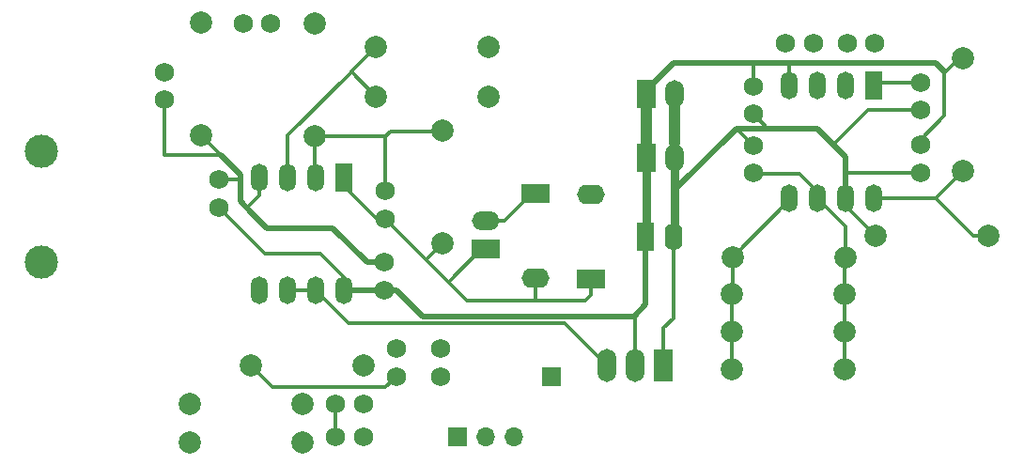
<source format=gbl>
%TF.GenerationSoftware,KiCad,Pcbnew,9.0.0*%
%TF.CreationDate,2025-03-10T12:33:28+01:00*%
%TF.ProjectId,project git rev,70726f6a-6563-4742-9067-697420726576,rev?*%
%TF.SameCoordinates,Original*%
%TF.FileFunction,Copper,L2,Bot*%
%TF.FilePolarity,Positive*%
%FSLAX46Y46*%
G04 Gerber Fmt 4.6, Leading zero omitted, Abs format (unit mm)*
G04 Created by KiCad (PCBNEW 9.0.0) date 2025-03-10 12:33:28*
%MOMM*%
%LPD*%
G01*
G04 APERTURE LIST*
%TA.AperFunction,ComponentPad*%
%ADD10C,2.000000*%
%TD*%
%TA.AperFunction,ComponentPad*%
%ADD11C,1.750000*%
%TD*%
%TA.AperFunction,ComponentPad*%
%ADD12R,2.500000X1.750000*%
%TD*%
%TA.AperFunction,ComponentPad*%
%ADD13O,2.500000X1.750000*%
%TD*%
%TA.AperFunction,ComponentPad*%
%ADD14R,1.700000X2.500000*%
%TD*%
%TA.AperFunction,ComponentPad*%
%ADD15O,1.700000X2.500000*%
%TD*%
%TA.AperFunction,ComponentPad*%
%ADD16R,2.500000X1.700000*%
%TD*%
%TA.AperFunction,ComponentPad*%
%ADD17O,2.500000X1.700000*%
%TD*%
%TA.AperFunction,ComponentPad*%
%ADD18R,1.700000X3.000000*%
%TD*%
%TA.AperFunction,ComponentPad*%
%ADD19O,1.700000X3.000000*%
%TD*%
%TA.AperFunction,ComponentPad*%
%ADD20R,1.700000X1.700000*%
%TD*%
%TA.AperFunction,ComponentPad*%
%ADD21O,1.700000X1.700000*%
%TD*%
%TA.AperFunction,ComponentPad*%
%ADD22C,3.000000*%
%TD*%
%TA.AperFunction,ComponentPad*%
%ADD23R,1.500000X2.500000*%
%TD*%
%TA.AperFunction,ComponentPad*%
%ADD24O,1.500000X2.500000*%
%TD*%
%TA.AperFunction,ComponentPad*%
%ADD25R,1.600000X2.500000*%
%TD*%
%TA.AperFunction,ComponentPad*%
%ADD26O,1.600000X2.500000*%
%TD*%
%TA.AperFunction,Conductor*%
%ADD27C,0.500000*%
%TD*%
%TA.AperFunction,Conductor*%
%ADD28C,0.300000*%
%TD*%
%TA.AperFunction,Conductor*%
%ADD29C,1.000000*%
%TD*%
%TA.AperFunction,Conductor*%
%ADD30C,0.800000*%
%TD*%
G04 APERTURE END LIST*
D10*
%TO.P,R5,1*%
%TO.N,Net-(LM567CN1-Output)*%
X200800000Y-103350000D03*
%TO.P,R5,2*%
%TO.N,GND*%
X190640000Y-103350000D03*
%TD*%
D11*
%TO.P,C11,1*%
%TO.N,Net-(U1A--)*%
X146400000Y-99300000D03*
%TO.P,C11,2*%
%TO.N,MIC*%
X146400000Y-101800000D03*
%TD*%
%TO.P,C9,1*%
%TO.N,+5V*%
X194650000Y-95150000D03*
%TO.P,C9,2*%
%TO.N,GND*%
X194650000Y-97650000D03*
%TD*%
D10*
%TO.P,R10,1*%
%TO.N,Net-(U2-AVdd)*%
X138945000Y-118500000D03*
%TO.P,R10,2*%
%TO.N,GND*%
X128785000Y-118500000D03*
%TD*%
D11*
%TO.P,C3,1*%
%TO.N,GND*%
X194650000Y-92000000D03*
%TO.P,C3,2*%
%TO.N,Net-(LM567CN1-Output_Filter)*%
X194650000Y-89500000D03*
%TD*%
%TO.P,C2,1*%
%TO.N,GND*%
X190550000Y-86000000D03*
%TO.P,C2,2*%
%TO.N,Net-(LM567CN1-Loop_Filter)*%
X188050000Y-86000000D03*
%TD*%
D10*
%TO.P,R13,1*%
%TO.N,Net-(LM567CN1-Timing_Capacitor)*%
X187850000Y-108580000D03*
%TO.P,R13,2*%
%TO.N,Net-(LM567CN1-Timing_Resistor)*%
X177690000Y-108580000D03*
%TD*%
D11*
%TO.P,C15,1*%
%TO.N,GND*%
X141945000Y-118500000D03*
%TO.P,C15,2*%
%TO.N,Net-(U2-AVdd)*%
X144445000Y-118500000D03*
%TD*%
D10*
%TO.P,R1,1*%
%TO.N,Net-(MK1-+)*%
X129800000Y-84100000D03*
%TO.P,R1,2*%
%TO.N,GND*%
X129800000Y-94260000D03*
%TD*%
%TO.P,R2,1*%
%TO.N,MIC*%
X151550000Y-104050000D03*
%TO.P,R2,2*%
%TO.N,Net-(U1A--)*%
X151550000Y-93890000D03*
%TD*%
D12*
%TO.P,D2,1,K*%
%TO.N,MIC*%
X164950000Y-107200000D03*
D13*
%TO.P,D2,2,A*%
%TO.N,Signal*%
X164950000Y-99580000D03*
%TD*%
D11*
%TO.P,C10,1*%
%TO.N,GND*%
X126550000Y-91100000D03*
%TO.P,C10,2*%
%TO.N,Net-(MK1-+)*%
X126550000Y-88600000D03*
%TD*%
D14*
%TO.P,J7,1,Pin_1*%
%TO.N,+5V*%
X169975000Y-90575000D03*
D15*
%TO.P,J7,2,Pin_2*%
%TO.N,GND*%
X172515000Y-90575000D03*
%TD*%
D10*
%TO.P,R6,1*%
%TO.N,MIC*%
X128785000Y-122000000D03*
%TO.P,R6,2*%
%TO.N,Net-(U2-Ain+)*%
X138945000Y-122000000D03*
%TD*%
%TO.P,R3,1*%
%TO.N,Net-(C5-Pad2)*%
X140100000Y-84220000D03*
%TO.P,R3,2*%
%TO.N,Net-(U1A--)*%
X140100000Y-94380000D03*
%TD*%
%TO.P,R7,1*%
%TO.N,Net-(U2-AVdd)*%
X144445000Y-115000000D03*
%TO.P,R7,2*%
%TO.N,+5V*%
X134285000Y-115000000D03*
%TD*%
%TO.P,R14,1*%
%TO.N,Net-(LM567CN1-Timing_Capacitor)*%
X187880000Y-105250000D03*
%TO.P,R14,2*%
%TO.N,Net-(LM567CN1-Timing_Resistor)*%
X177720000Y-105250000D03*
%TD*%
D11*
%TO.P,C4,1*%
%TO.N,GND*%
X179600000Y-92350000D03*
%TO.P,C4,2*%
%TO.N,+5V*%
X179600000Y-89850000D03*
%TD*%
D14*
%TO.P,J11,1,Pin_1*%
%TO.N,+5V*%
X169950000Y-96300000D03*
D15*
%TO.P,J11,2,Pin_2*%
%TO.N,GND*%
X172490000Y-96300000D03*
%TD*%
D11*
%TO.P,C6,1*%
%TO.N,+5V*%
X131425000Y-100800000D03*
%TO.P,C6,2*%
%TO.N,GND*%
X131425000Y-98300000D03*
%TD*%
%TO.P,C5,1*%
%TO.N,Net-(MK1-+)*%
X133600000Y-84200000D03*
%TO.P,C5,2*%
%TO.N,Net-(C5-Pad2)*%
X136100000Y-84200000D03*
%TD*%
D16*
%TO.P,J4,1,Pin_1*%
%TO.N,MIC*%
X155500000Y-104550000D03*
D17*
%TO.P,J4,2,Pin_2*%
%TO.N,Signal*%
X155500000Y-102010000D03*
%TD*%
D11*
%TO.P,C1,1*%
%TO.N,Net-(LM567CN1-Timing_Capacitor)*%
X179600000Y-97700000D03*
%TO.P,C1,2*%
%TO.N,GND*%
X179600000Y-95200000D03*
%TD*%
%TO.P,C12,1*%
%TO.N,Signal*%
X182500000Y-86000000D03*
%TO.P,C12,2*%
%TO.N,Net-(LM567CN1-Signal)*%
X185000000Y-86000000D03*
%TD*%
D18*
%TO.P,J1,1,Pin_1*%
%TO.N,GND*%
X171500000Y-115000000D03*
D19*
%TO.P,J1,2,Pin_2*%
%TO.N,+5V*%
X168960000Y-115000000D03*
%TO.P,J1,3,Pin_3*%
%TO.N,State*%
X166420000Y-115000000D03*
%TD*%
D10*
%TO.P,R8,1*%
%TO.N,Net-(U1A-+)*%
X145600000Y-90800000D03*
%TO.P,R8,2*%
%TO.N,GND*%
X155760000Y-90800000D03*
%TD*%
D11*
%TO.P,C13,1*%
%TO.N,Net-(U2-Ain+)*%
X144445000Y-121500000D03*
%TO.P,C13,2*%
%TO.N,GND*%
X141945000Y-121500000D03*
%TD*%
D20*
%TO.P,J2,1,Pin_1*%
%TO.N,Net-(J2-Pin_1)*%
X152920000Y-121500000D03*
D21*
%TO.P,J2,2,Pin_2*%
%TO.N,Net-(J2-Pin_2)*%
X155460000Y-121500000D03*
%TO.P,J2,3,Pin_3*%
%TO.N,Net-(J2-Pin_3)*%
X158000000Y-121500000D03*
%TD*%
D22*
%TO.P,MK1,1,-*%
%TO.N,GND*%
X115407163Y-105750000D03*
%TO.P,MK1,2,+*%
%TO.N,Net-(MK1-+)*%
X115407163Y-95750000D03*
%TD*%
D11*
%TO.P,C16,1*%
%TO.N,+5V*%
X147445000Y-116000000D03*
%TO.P,C16,2*%
%TO.N,GND*%
X147445000Y-113500000D03*
%TD*%
D23*
%TO.P,LM567CN1,1,Output_Filter*%
%TO.N,Net-(LM567CN1-Output_Filter)*%
X190450000Y-89800000D03*
D24*
%TO.P,LM567CN1,2,Loop_Filter*%
%TO.N,Net-(LM567CN1-Loop_Filter)*%
X187910000Y-89800000D03*
%TO.P,LM567CN1,3,Signal*%
%TO.N,Net-(LM567CN1-Signal)*%
X185370000Y-89800000D03*
%TO.P,LM567CN1,4,V+*%
%TO.N,+5V*%
X182830000Y-89800000D03*
%TO.P,LM567CN1,5,Timing_Resistor*%
%TO.N,Net-(LM567CN1-Timing_Resistor)*%
X182830000Y-99960000D03*
%TO.P,LM567CN1,6,Timing_Capacitor*%
%TO.N,Net-(LM567CN1-Timing_Capacitor)*%
X185370000Y-99960000D03*
%TO.P,LM567CN1,7,GND*%
%TO.N,GND*%
X187910000Y-99960000D03*
%TO.P,LM567CN1,8,Output*%
%TO.N,Net-(LM567CN1-Output)*%
X190450000Y-99960000D03*
%TD*%
D12*
%TO.P,D1,1,K*%
%TO.N,Signal*%
X160000000Y-99490000D03*
D13*
%TO.P,D1,2,A*%
%TO.N,MIC*%
X160000000Y-107110000D03*
%TD*%
D11*
%TO.P,C14,1*%
%TO.N,Net-(JP1-C)*%
X151445000Y-116000000D03*
%TO.P,C14,2*%
%TO.N,GND*%
X151445000Y-113500000D03*
%TD*%
D20*
%TO.P,J3,1,Pin_1*%
%TO.N,Net-(J3-Pin_1)*%
X161445000Y-116000000D03*
%TD*%
D23*
%TO.P,U1,1*%
%TO.N,MIC*%
X142710000Y-98120000D03*
D24*
%TO.P,U1,2,-*%
%TO.N,Net-(U1A--)*%
X140170000Y-98120000D03*
%TO.P,U1,3,+*%
%TO.N,Net-(U1A-+)*%
X137630000Y-98120000D03*
%TO.P,U1,4,V-*%
%TO.N,GND*%
X135090000Y-98120000D03*
%TO.P,U1,5,+*%
%TO.N,Net-(LM567CN1-Output)*%
X135090000Y-108280000D03*
%TO.P,U1,6,-*%
%TO.N,State*%
X137630000Y-108280000D03*
%TO.P,U1,7*%
X140170000Y-108280000D03*
%TO.P,U1,8,V+*%
%TO.N,+5V*%
X142710000Y-108280000D03*
%TD*%
D10*
%TO.P,R4,1*%
%TO.N,Net-(LM567CN1-Output)*%
X198500000Y-97500000D03*
%TO.P,R4,2*%
%TO.N,+5V*%
X198500000Y-87340000D03*
%TD*%
%TO.P,R12,1*%
%TO.N,Net-(LM567CN1-Timing_Capacitor)*%
X187850000Y-111980000D03*
%TO.P,R12,2*%
%TO.N,Net-(LM567CN1-Timing_Resistor)*%
X177690000Y-111980000D03*
%TD*%
%TO.P,R11,1*%
%TO.N,Net-(LM567CN1-Timing_Capacitor)*%
X187850000Y-115330000D03*
%TO.P,R11,2*%
%TO.N,Net-(LM567CN1-Timing_Resistor)*%
X177690000Y-115330000D03*
%TD*%
D11*
%TO.P,C7,1*%
%TO.N,GND*%
X146300000Y-105750000D03*
%TO.P,C7,2*%
%TO.N,+5V*%
X146300000Y-108250000D03*
%TD*%
D25*
%TO.P,C8,1*%
%TO.N,+5V*%
X169900000Y-103450000D03*
D26*
%TO.P,C8,2*%
%TO.N,GND*%
X172400000Y-103450000D03*
%TD*%
D10*
%TO.P,R9,1*%
%TO.N,+5V*%
X155750000Y-86350000D03*
%TO.P,R9,2*%
%TO.N,Net-(U1A-+)*%
X145590000Y-86350000D03*
%TD*%
D27*
%TO.N,GND*%
X144800000Y-105750000D02*
X141700000Y-102650000D01*
D28*
X133962500Y-100837500D02*
X134437500Y-101312500D01*
X172490000Y-96300000D02*
X172490000Y-95010000D01*
D27*
X180900000Y-93650000D02*
X185350000Y-93650000D01*
X187910000Y-99960000D02*
X187910000Y-97700000D01*
X187910000Y-97700000D02*
X187910000Y-96210000D01*
D28*
X171500000Y-115000000D02*
X171500000Y-111650000D01*
D27*
X172500000Y-99200000D02*
X172490000Y-99200000D01*
X133350000Y-98550000D02*
X133350000Y-97810000D01*
X187910000Y-99960000D02*
X187900000Y-99970000D01*
X146300000Y-105750000D02*
X146900000Y-105750000D01*
X179600000Y-93650000D02*
X178050000Y-93650000D01*
D28*
X131595000Y-96055000D02*
X131550000Y-96100000D01*
X129800000Y-94260000D02*
X131595000Y-96055000D01*
D27*
X172490000Y-103360000D02*
X172400000Y-103450000D01*
D28*
X133170000Y-98300000D02*
X131425000Y-98300000D01*
X172490000Y-95010000D02*
X172515000Y-94985000D01*
D27*
X146300000Y-105750000D02*
X144800000Y-105750000D01*
D29*
X172515000Y-94985000D02*
X172515000Y-90575000D01*
D28*
X194650000Y-92000000D02*
X189900000Y-92000000D01*
X135090000Y-98120000D02*
X135090000Y-99710000D01*
X189900000Y-92000000D02*
X186800000Y-95100000D01*
D27*
X155760000Y-90760000D02*
X155760000Y-90800000D01*
D30*
X172490000Y-99200000D02*
X172490000Y-103360000D01*
D28*
X187960000Y-97650000D02*
X187910000Y-97700000D01*
X131550000Y-96100000D02*
X126500000Y-96100000D01*
X187910000Y-100620000D02*
X190640000Y-103350000D01*
D27*
X133350000Y-98550000D02*
X133350000Y-98120000D01*
X133350000Y-97810000D02*
X131595000Y-96055000D01*
X133350000Y-100225000D02*
X133350000Y-98550000D01*
D28*
X135090000Y-99710000D02*
X133962500Y-100837500D01*
D27*
X179600000Y-93650000D02*
X180900000Y-93650000D01*
X178050000Y-93650000D02*
X180900000Y-93650000D01*
X141700000Y-102650000D02*
X135775000Y-102650000D01*
D28*
X179600000Y-95200000D02*
X178050000Y-93650000D01*
D27*
X135775000Y-102650000D02*
X134437500Y-101312500D01*
D28*
X126500000Y-96100000D02*
X126550000Y-96050000D01*
D27*
X134437500Y-101312500D02*
X133350000Y-100225000D01*
D28*
X194650000Y-97650000D02*
X187960000Y-97650000D01*
X141945000Y-121500000D02*
X141945000Y-118500000D01*
X172400000Y-103450000D02*
X172400000Y-110750000D01*
X171500000Y-111650000D02*
X172400000Y-110750000D01*
D27*
X178050000Y-93650000D02*
X172500000Y-99200000D01*
D28*
X126550000Y-96050000D02*
X126550000Y-91100000D01*
X187910000Y-99960000D02*
X187910000Y-100620000D01*
D30*
X172490000Y-96300000D02*
X172490000Y-99200000D01*
D27*
X187910000Y-96210000D02*
X186800000Y-95100000D01*
X188050000Y-99820000D02*
X187910000Y-99960000D01*
X186800000Y-95100000D02*
X185350000Y-93650000D01*
D28*
X179600000Y-92350000D02*
X180900000Y-93650000D01*
%TO.N,Net-(LM567CN1-Timing_Capacitor)*%
X185370000Y-99960000D02*
X185370000Y-99370000D01*
X187850000Y-111980000D02*
X187850000Y-108580000D01*
X187900000Y-102500000D02*
X187880000Y-102520000D01*
X185405000Y-99995000D02*
X185370000Y-99960000D01*
X187880000Y-102520000D02*
X187880000Y-105250000D01*
D27*
X185080000Y-100250000D02*
X185370000Y-99960000D01*
D28*
X187850000Y-115330000D02*
X187850000Y-111980000D01*
X187850000Y-108580000D02*
X187850000Y-105280000D01*
X183750000Y-97750000D02*
X179650000Y-97750000D01*
X185370000Y-99960000D02*
X185370000Y-99970000D01*
X185370000Y-99970000D02*
X187900000Y-102500000D01*
X185370000Y-99370000D02*
X183750000Y-97750000D01*
X179650000Y-97750000D02*
X179600000Y-97700000D01*
X187850000Y-105280000D02*
X187880000Y-105250000D01*
D27*
%TO.N,Net-(LM567CN1-Loop_Filter)*%
X188050000Y-89660000D02*
X187910000Y-89800000D01*
%TO.N,Net-(LM567CN1-Output_Filter)*%
X190750000Y-89500000D02*
X190450000Y-89800000D01*
D28*
X194650000Y-89500000D02*
X190750000Y-89500000D01*
X190590000Y-89660000D02*
X190450000Y-89800000D01*
X190590000Y-89160000D02*
X190590000Y-89660000D01*
D29*
%TO.N,+5V*%
X169975000Y-90575000D02*
X169975000Y-96275000D01*
D27*
X172400000Y-87750000D02*
X169975000Y-90175000D01*
X169975000Y-96275000D02*
X169950000Y-96300000D01*
D28*
X179600000Y-89850000D02*
X179600000Y-87800000D01*
X168960000Y-110710000D02*
X168850000Y-110600000D01*
X196975000Y-88525000D02*
X196825000Y-88525000D01*
D27*
X169900000Y-109550000D02*
X168850000Y-110600000D01*
X147450000Y-108250000D02*
X149800000Y-110600000D01*
X149800000Y-110600000D02*
X157350000Y-110600000D01*
D28*
X168960000Y-115000000D02*
X168960000Y-110710000D01*
D27*
X179650000Y-87750000D02*
X182850000Y-87750000D01*
D28*
X196825000Y-88525000D02*
X196825000Y-92525000D01*
D27*
X182850000Y-87750000D02*
X196050000Y-87750000D01*
X198500000Y-87340000D02*
X198010000Y-87340000D01*
X146300000Y-108250000D02*
X147450000Y-108250000D01*
X168850000Y-110600000D02*
X157350000Y-110600000D01*
D28*
X182830000Y-87770000D02*
X182850000Y-87750000D01*
X146445000Y-117000000D02*
X147445000Y-116000000D01*
X198010000Y-87340000D02*
X198010000Y-87490000D01*
X179600000Y-87800000D02*
X179650000Y-87750000D01*
X140600000Y-104950000D02*
X142710000Y-107060000D01*
X134285000Y-115000000D02*
X136285000Y-117000000D01*
X196825000Y-92525000D02*
X194650000Y-94700000D01*
X131425000Y-100800000D02*
X135575000Y-104950000D01*
D30*
X169950000Y-96300000D02*
X169950000Y-103400000D01*
D28*
X135575000Y-104950000D02*
X140600000Y-104950000D01*
D27*
X169900000Y-103450000D02*
X169900000Y-109550000D01*
X182780000Y-89850000D02*
X182830000Y-89800000D01*
X196050000Y-87750000D02*
X196825000Y-88525000D01*
X172400000Y-87750000D02*
X179650000Y-87750000D01*
D28*
X182830000Y-89800000D02*
X182830000Y-87770000D01*
D27*
X142710000Y-108280000D02*
X146270000Y-108280000D01*
D28*
X198010000Y-87490000D02*
X196975000Y-88525000D01*
X136285000Y-117000000D02*
X146445000Y-117000000D01*
D27*
X169950000Y-103400000D02*
X169900000Y-103450000D01*
X169975000Y-90175000D02*
X169975000Y-90575000D01*
D28*
X194650000Y-94700000D02*
X194650000Y-95150000D01*
D27*
X146270000Y-108280000D02*
X146300000Y-108250000D01*
D28*
X142710000Y-107060000D02*
X142710000Y-108280000D01*
%TO.N,Net-(MK1-+)*%
X129800000Y-84100000D02*
X129900000Y-84200000D01*
X129650000Y-84250000D02*
X129800000Y-84100000D01*
%TO.N,Net-(C5-Pad2)*%
X140080000Y-84200000D02*
X140100000Y-84220000D01*
%TO.N,Net-(U1A--)*%
X140100000Y-98050000D02*
X140170000Y-98120000D01*
X146900000Y-93900000D02*
X150920000Y-93900000D01*
X146420000Y-94380000D02*
X146900000Y-93900000D01*
X140100000Y-94380000D02*
X146420000Y-94380000D01*
X140100000Y-94380000D02*
X140100000Y-98050000D01*
X150930000Y-93890000D02*
X151550000Y-93890000D01*
X146400000Y-99300000D02*
X146400000Y-94380000D01*
X150920000Y-93900000D02*
X150930000Y-93890000D01*
%TO.N,Signal*%
X155510000Y-102000000D02*
X157150000Y-102000000D01*
X164950000Y-99580000D02*
X164860000Y-99490000D01*
X155500000Y-102010000D02*
X155510000Y-102000000D01*
X157150000Y-102000000D02*
X159660000Y-99490000D01*
X159660000Y-99490000D02*
X160000000Y-99490000D01*
%TO.N,State*%
X166420000Y-115000000D02*
X162621000Y-111201000D01*
X162621000Y-111201000D02*
X143091000Y-111201000D01*
X143091000Y-111201000D02*
X140170000Y-108280000D01*
X137630000Y-108280000D02*
X140170000Y-108280000D01*
D27*
%TO.N,Net-(LM567CN1-Timing_Resistor)*%
X182830000Y-99960000D02*
X182830000Y-100090000D01*
D28*
X182830000Y-100140000D02*
X182830000Y-99960000D01*
X182825000Y-99965000D02*
X182830000Y-99960000D01*
X177720000Y-108550000D02*
X177690000Y-108580000D01*
X177690000Y-108580000D02*
X177690000Y-111980000D01*
X177690000Y-111980000D02*
X177690000Y-115330000D01*
X177720000Y-105250000D02*
X177720000Y-108550000D01*
X177720000Y-105250000D02*
X182830000Y-100140000D01*
%TO.N,Net-(LM567CN1-Output)*%
X200800000Y-103350000D02*
X200800000Y-103650000D01*
X199400000Y-103350000D02*
X200800000Y-103350000D01*
X196040000Y-99960000D02*
X190450000Y-99960000D01*
X200500000Y-103650000D02*
X200800000Y-103350000D01*
X198500000Y-97500000D02*
X196040000Y-99960000D01*
X196040000Y-99990000D02*
X199400000Y-103350000D01*
X196040000Y-99960000D02*
X196040000Y-99990000D01*
D27*
X198075000Y-97925000D02*
X198500000Y-97500000D01*
D28*
%TO.N,Net-(U1A-+)*%
X145550000Y-86350000D02*
X145590000Y-86350000D01*
X145600000Y-90800000D02*
X143350000Y-88550000D01*
X143350000Y-88550000D02*
X145550000Y-86350000D01*
X137630000Y-98120000D02*
X137630000Y-94320000D01*
X143350000Y-88600000D02*
X143350000Y-88550000D01*
X137630000Y-94320000D02*
X143350000Y-88600000D01*
%TO.N,Net-(LM567CN1-Signal)*%
X185510000Y-89660000D02*
X185370000Y-89800000D01*
%TO.N,MIC*%
X142710000Y-98120000D02*
X142710000Y-98810000D01*
X160000000Y-109200000D02*
X164460000Y-109200000D01*
X155100000Y-104550000D02*
X152150000Y-107500000D01*
X152150000Y-107500000D02*
X152100000Y-107500000D01*
X153800000Y-109200000D02*
X160000000Y-109200000D01*
X142710000Y-98810000D02*
X145700000Y-101800000D01*
X145700000Y-101800000D02*
X146400000Y-101800000D01*
X164460000Y-109200000D02*
X164950000Y-108710000D01*
X152100000Y-107500000D02*
X152325000Y-107725000D01*
X151550000Y-104050000D02*
X150125000Y-105475000D01*
X149925000Y-105325000D02*
X150075000Y-105475000D01*
X146400000Y-101800000D02*
X149925000Y-105325000D01*
X164950000Y-108710000D02*
X164950000Y-107200000D01*
X150075000Y-105475000D02*
X152325000Y-107725000D01*
X152325000Y-107725000D02*
X153800000Y-109200000D01*
X150125000Y-105475000D02*
X150075000Y-105475000D01*
X160000000Y-107110000D02*
X160000000Y-109200000D01*
X155500000Y-104550000D02*
X155100000Y-104550000D01*
%TD*%
M02*

</source>
